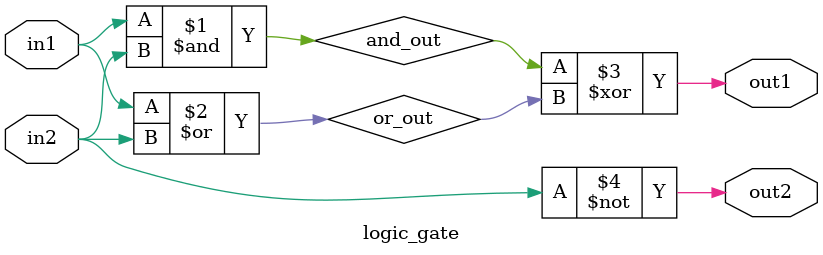
<source format=v>
`timescale 1ns / 1ps


module logic_gate(out1, out2, in1, in2);

input in1, in2;
output out1, out2;

wire and_out, or_out;

assign and_out = in1 & in2;
assign or_out = in1 | in2;
assign out1 = and_out ^ or_out;
assign out2 = ~in2;



endmodule

</source>
